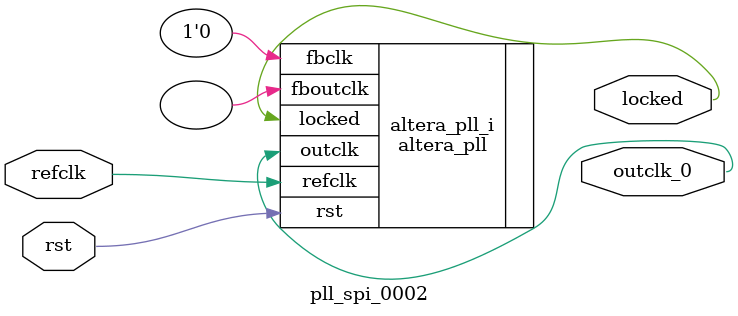
<source format=v>
`timescale 1ns/10ps
module  pll_spi_0002(

	// interface 'refclk'
	input wire refclk,

	// interface 'reset'
	input wire rst,

	// interface 'outclk0'
	output wire outclk_0,

	// interface 'locked'
	output wire locked
);

	altera_pll #(
		.fractional_vco_multiplier("false"),
		.reference_clock_frequency("50.0 MHz"),
		.operation_mode("direct"),
		.number_of_clocks(1),
		.output_clock_frequency0("100.000000 MHz"),
		.phase_shift0("0 ps"),
		.duty_cycle0(50),
		.output_clock_frequency1("0 MHz"),
		.phase_shift1("0 ps"),
		.duty_cycle1(50),
		.output_clock_frequency2("0 MHz"),
		.phase_shift2("0 ps"),
		.duty_cycle2(50),
		.output_clock_frequency3("0 MHz"),
		.phase_shift3("0 ps"),
		.duty_cycle3(50),
		.output_clock_frequency4("0 MHz"),
		.phase_shift4("0 ps"),
		.duty_cycle4(50),
		.output_clock_frequency5("0 MHz"),
		.phase_shift5("0 ps"),
		.duty_cycle5(50),
		.output_clock_frequency6("0 MHz"),
		.phase_shift6("0 ps"),
		.duty_cycle6(50),
		.output_clock_frequency7("0 MHz"),
		.phase_shift7("0 ps"),
		.duty_cycle7(50),
		.output_clock_frequency8("0 MHz"),
		.phase_shift8("0 ps"),
		.duty_cycle8(50),
		.output_clock_frequency9("0 MHz"),
		.phase_shift9("0 ps"),
		.duty_cycle9(50),
		.output_clock_frequency10("0 MHz"),
		.phase_shift10("0 ps"),
		.duty_cycle10(50),
		.output_clock_frequency11("0 MHz"),
		.phase_shift11("0 ps"),
		.duty_cycle11(50),
		.output_clock_frequency12("0 MHz"),
		.phase_shift12("0 ps"),
		.duty_cycle12(50),
		.output_clock_frequency13("0 MHz"),
		.phase_shift13("0 ps"),
		.duty_cycle13(50),
		.output_clock_frequency14("0 MHz"),
		.phase_shift14("0 ps"),
		.duty_cycle14(50),
		.output_clock_frequency15("0 MHz"),
		.phase_shift15("0 ps"),
		.duty_cycle15(50),
		.output_clock_frequency16("0 MHz"),
		.phase_shift16("0 ps"),
		.duty_cycle16(50),
		.output_clock_frequency17("0 MHz"),
		.phase_shift17("0 ps"),
		.duty_cycle17(50),
		.pll_type("General"),
		.pll_subtype("General")
	) altera_pll_i (
		.rst	(rst),
		.outclk	({outclk_0}),
		.locked	(locked),
		.fboutclk	( ),
		.fbclk	(1'b0),
		.refclk	(refclk)
	);
endmodule


</source>
